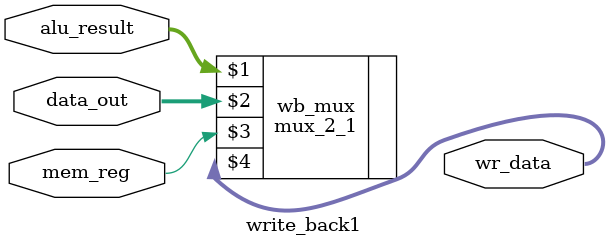
<source format=sv>
module write_back1 #(parameter N=32)(
	input logic [N-1:0] alu_result,
	input logic [N-1:0] data_out,
	input logic mem_reg,
	output logic [N-1:0] wr_data
	);
	
	//memory_ME memory (.alu_result(alu_result),.data_in(data_in),.mem_read(mem_read),.mem_write(mem_write),.data_out(data_out));
	mux_2_1 wb_mux (alu_result,data_out,mem_reg,wr_data);
	
endmodule

</source>
